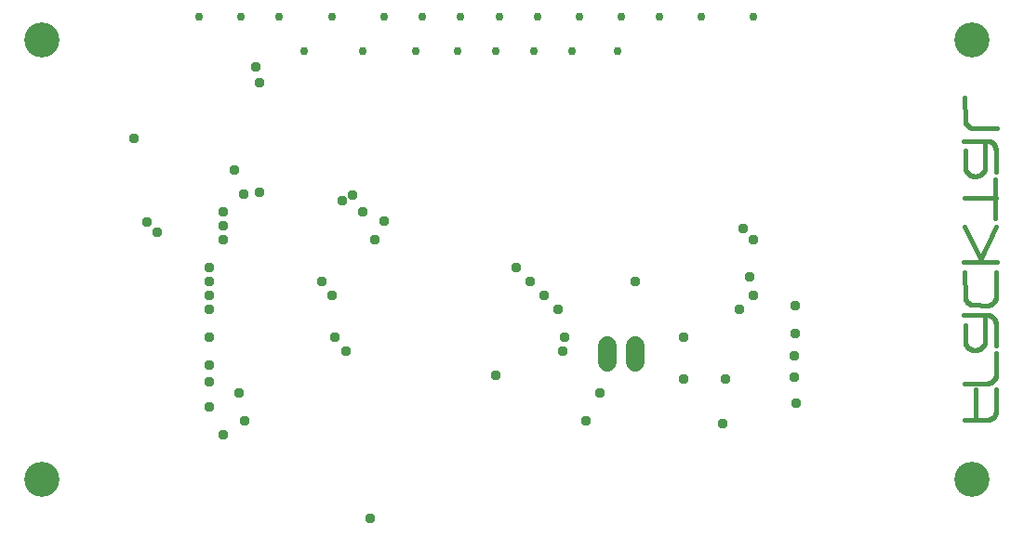
<source format=gbr>
G04 EAGLE Gerber RS-274X export*
G75*
%MOMM*%
%FSLAX34Y34*%
%LPD*%
%INSoldermask Bottom*%
%IPPOS*%
%AMOC8*
5,1,8,0,0,1.08239X$1,22.5*%
G01*
%ADD10C,3.203194*%
%ADD11C,0.762000*%
%ADD12C,0.406400*%
%ADD13C,1.727200*%
%ADD14C,0.959600*%


D10*
X164815Y536866D03*
X1011025Y536866D03*
X1011025Y136866D03*
X164815Y136866D03*
D11*
X346075Y558800D03*
X381000Y558800D03*
X654050Y558800D03*
X615950Y558800D03*
X428625Y558800D03*
X457200Y527050D03*
X504825Y527050D03*
X542925Y527050D03*
X476250Y558800D03*
X727075Y558800D03*
X765175Y558800D03*
X812800Y558800D03*
X403225Y527050D03*
X577850Y527050D03*
X612775Y527050D03*
X647700Y527050D03*
X688975Y527050D03*
X546100Y558800D03*
X581025Y558800D03*
X511175Y558800D03*
X307975Y558800D03*
X692150Y558800D03*
D12*
X1033018Y219202D02*
X1033272Y199644D01*
X1033272Y198882D01*
X1033270Y198698D01*
X1033263Y198514D01*
X1033252Y198330D01*
X1033236Y198147D01*
X1033216Y197964D01*
X1033192Y197781D01*
X1033163Y197599D01*
X1033130Y197418D01*
X1033092Y197238D01*
X1033051Y197058D01*
X1033004Y196880D01*
X1032954Y196703D01*
X1032899Y196527D01*
X1032840Y196353D01*
X1032777Y196180D01*
X1032709Y196009D01*
X1032638Y195839D01*
X1032562Y195671D01*
X1032483Y195505D01*
X1032399Y195341D01*
X1032312Y195179D01*
X1032220Y195019D01*
X1032125Y194861D01*
X1032026Y194706D01*
X1031923Y194553D01*
X1031817Y194403D01*
X1031707Y194255D01*
X1031593Y194110D01*
X1031476Y193968D01*
X1031356Y193829D01*
X1031232Y193693D01*
X1031105Y193559D01*
X1030975Y193429D01*
X1030841Y193302D01*
X1030705Y193178D01*
X1030566Y193058D01*
X1030424Y192941D01*
X1030279Y192827D01*
X1030131Y192717D01*
X1029981Y192611D01*
X1029828Y192508D01*
X1029673Y192409D01*
X1029515Y192314D01*
X1029355Y192222D01*
X1029193Y192135D01*
X1029029Y192051D01*
X1028863Y191972D01*
X1028695Y191896D01*
X1028525Y191825D01*
X1028354Y191757D01*
X1028181Y191694D01*
X1028007Y191635D01*
X1027831Y191580D01*
X1027654Y191530D01*
X1027476Y191483D01*
X1027296Y191442D01*
X1027116Y191404D01*
X1026935Y191371D01*
X1026753Y191342D01*
X1026570Y191318D01*
X1026387Y191298D01*
X1026204Y191282D01*
X1026020Y191271D01*
X1025836Y191264D01*
X1025652Y191262D01*
X1004316Y191262D01*
X1014730Y193548D02*
X1014730Y219202D01*
X1033272Y232410D02*
X1033272Y251968D01*
X1033272Y232410D02*
X1033270Y232213D01*
X1033262Y232015D01*
X1033250Y231819D01*
X1033234Y231622D01*
X1033212Y231426D01*
X1033186Y231230D01*
X1033155Y231035D01*
X1033119Y230841D01*
X1033079Y230648D01*
X1033034Y230456D01*
X1032984Y230265D01*
X1032930Y230075D01*
X1032871Y229887D01*
X1032807Y229700D01*
X1032739Y229515D01*
X1032667Y229331D01*
X1032590Y229150D01*
X1032509Y228970D01*
X1032423Y228792D01*
X1032333Y228616D01*
X1032239Y228443D01*
X1032140Y228272D01*
X1032038Y228103D01*
X1031931Y227937D01*
X1031821Y227774D01*
X1031706Y227613D01*
X1031588Y227455D01*
X1031466Y227300D01*
X1031340Y227148D01*
X1031211Y226999D01*
X1031078Y226854D01*
X1030941Y226711D01*
X1030801Y226572D01*
X1030658Y226436D01*
X1030511Y226304D01*
X1030361Y226176D01*
X1030209Y226051D01*
X1030053Y225930D01*
X1029894Y225812D01*
X1029733Y225699D01*
X1029569Y225590D01*
X1029402Y225484D01*
X1029232Y225383D01*
X1029061Y225286D01*
X1028887Y225193D01*
X1028710Y225104D01*
X1028532Y225019D01*
X1028352Y224939D01*
X1028170Y224863D01*
X1027986Y224792D01*
X1027800Y224725D01*
X1027613Y224663D01*
X1027424Y224605D01*
X1027234Y224552D01*
X1027043Y224504D01*
X1026850Y224460D01*
X1026657Y224421D01*
X1026463Y224386D01*
X1026267Y224357D01*
X1026072Y224332D01*
X1025875Y224311D01*
X1025679Y224296D01*
X1025482Y224285D01*
X1025284Y224279D01*
X1025087Y224278D01*
X1024890Y224282D01*
X1004316Y224028D01*
X1033018Y258318D02*
X1033018Y278638D01*
X1033016Y278837D01*
X1033008Y279035D01*
X1032996Y279233D01*
X1032979Y279431D01*
X1032957Y279629D01*
X1032931Y279826D01*
X1032899Y280022D01*
X1032863Y280217D01*
X1032822Y280412D01*
X1032777Y280605D01*
X1032726Y280797D01*
X1032671Y280988D01*
X1032611Y281177D01*
X1032547Y281365D01*
X1032478Y281552D01*
X1032405Y281736D01*
X1032327Y281919D01*
X1032244Y282100D01*
X1032158Y282278D01*
X1032067Y282455D01*
X1031971Y282629D01*
X1031872Y282801D01*
X1031768Y282971D01*
X1031660Y283137D01*
X1031548Y283301D01*
X1031432Y283463D01*
X1031312Y283621D01*
X1031189Y283777D01*
X1031061Y283929D01*
X1030930Y284078D01*
X1030795Y284224D01*
X1030657Y284367D01*
X1030516Y284506D01*
X1030370Y284642D01*
X1030222Y284774D01*
X1030071Y284903D01*
X1029916Y285028D01*
X1029759Y285149D01*
X1029598Y285266D01*
X1029435Y285379D01*
X1029269Y285488D01*
X1029100Y285593D01*
X1028929Y285694D01*
X1028755Y285790D01*
X1028580Y285883D01*
X1028401Y285971D01*
X1028221Y286055D01*
X1028039Y286134D01*
X1027855Y286209D01*
X1027669Y286279D01*
X1027482Y286345D01*
X1027293Y286406D01*
X1027102Y286462D01*
X1026911Y286514D01*
X1026718Y286561D01*
X1026523Y286603D01*
X1026328Y286641D01*
X1026133Y286674D01*
X1025936Y286702D01*
X1025739Y286725D01*
X1025541Y286744D01*
X1025343Y286757D01*
X1025144Y286766D01*
X1004062Y286512D01*
X1005078Y277622D02*
X1005078Y263398D01*
X1005081Y263183D01*
X1005088Y262967D01*
X1005101Y262752D01*
X1005120Y262537D01*
X1005143Y262323D01*
X1005172Y262110D01*
X1005206Y261897D01*
X1005245Y261685D01*
X1005289Y261474D01*
X1005338Y261264D01*
X1005392Y261056D01*
X1005451Y260849D01*
X1005515Y260643D01*
X1005585Y260439D01*
X1005659Y260237D01*
X1005738Y260036D01*
X1005822Y259838D01*
X1005910Y259641D01*
X1006004Y259447D01*
X1006102Y259255D01*
X1006204Y259066D01*
X1006312Y258879D01*
X1006423Y258695D01*
X1006540Y258513D01*
X1006660Y258335D01*
X1006785Y258159D01*
X1006914Y257986D01*
X1007047Y257817D01*
X1007184Y257651D01*
X1007325Y257488D01*
X1007471Y257329D01*
X1007620Y257173D01*
X1007772Y257021D01*
X1007928Y256873D01*
X1008088Y256728D01*
X1008252Y256588D01*
X1008418Y256451D01*
X1008588Y256319D01*
X1008761Y256190D01*
X1008937Y256066D01*
X1009116Y255946D01*
X1009298Y255831D01*
X1009483Y255720D01*
X1009670Y255613D01*
X1009860Y255512D01*
X1010053Y255414D01*
X1010247Y255322D01*
X1010444Y255234D01*
X1010643Y255151D01*
X1010843Y255072D01*
X1011046Y254999D01*
X1011250Y254931D01*
X1011456Y254867D01*
X1011664Y254809D01*
X1011872Y254755D01*
X1012082Y254707D01*
X1012293Y254664D01*
X1012505Y254626D01*
X1012718Y254593D01*
X1012932Y254565D01*
X1013146Y254542D01*
X1013361Y254525D01*
X1013576Y254513D01*
X1013792Y254506D01*
X1014007Y254504D01*
X1014222Y254508D01*
X1014467Y254518D01*
X1014711Y254534D01*
X1014954Y254555D01*
X1015197Y254583D01*
X1015439Y254617D01*
X1015680Y254656D01*
X1015921Y254702D01*
X1016160Y254753D01*
X1016397Y254810D01*
X1016634Y254873D01*
X1016868Y254941D01*
X1017101Y255015D01*
X1017332Y255095D01*
X1017561Y255181D01*
X1017788Y255272D01*
X1018013Y255368D01*
X1018235Y255470D01*
X1018454Y255578D01*
X1018671Y255690D01*
X1018885Y255808D01*
X1019097Y255932D01*
X1019305Y256060D01*
X1019510Y256193D01*
X1019711Y256331D01*
X1019909Y256474D01*
X1020104Y256622D01*
X1020295Y256775D01*
X1020482Y256932D01*
X1020665Y257094D01*
X1020845Y257260D01*
X1021020Y257431D01*
X1021191Y257605D01*
X1021358Y257784D01*
X1021520Y257967D01*
X1021678Y258154D01*
X1021831Y258344D01*
X1021979Y258538D01*
X1022123Y258736D01*
X1022262Y258937D01*
X1022396Y259142D01*
X1022525Y259350D01*
X1022648Y259560D01*
X1022767Y259774D01*
X1022880Y259991D01*
X1022988Y260210D01*
X1023091Y260432D01*
X1023188Y260656D01*
X1023280Y260883D01*
X1023366Y261112D01*
X1023366Y284734D01*
X1033272Y303276D02*
X1033272Y325628D01*
X1033272Y303276D02*
X1033270Y303083D01*
X1033263Y302889D01*
X1033251Y302696D01*
X1033234Y302504D01*
X1033213Y302311D01*
X1033187Y302120D01*
X1033156Y301929D01*
X1033121Y301739D01*
X1033081Y301549D01*
X1033037Y301361D01*
X1032988Y301174D01*
X1032934Y300988D01*
X1032876Y300804D01*
X1032813Y300621D01*
X1032746Y300440D01*
X1032674Y300260D01*
X1032598Y300082D01*
X1032518Y299906D01*
X1032434Y299732D01*
X1032345Y299560D01*
X1032252Y299391D01*
X1032155Y299224D01*
X1032054Y299059D01*
X1031948Y298896D01*
X1031839Y298737D01*
X1031726Y298580D01*
X1031610Y298425D01*
X1031489Y298274D01*
X1031365Y298126D01*
X1031237Y297981D01*
X1031106Y297839D01*
X1030971Y297700D01*
X1030833Y297564D01*
X1030692Y297432D01*
X1030548Y297304D01*
X1030400Y297179D01*
X1030249Y297057D01*
X1030096Y296940D01*
X1029939Y296826D01*
X1029780Y296716D01*
X1029619Y296610D01*
X1029454Y296508D01*
X1029288Y296410D01*
X1029119Y296316D01*
X1028947Y296226D01*
X1028774Y296141D01*
X1028598Y296060D01*
X1028421Y295983D01*
X1028242Y295910D01*
X1028061Y295842D01*
X1027878Y295778D01*
X1027694Y295719D01*
X1027508Y295664D01*
X1027322Y295614D01*
X1027134Y295569D01*
X1026945Y295528D01*
X1026755Y295491D01*
X1026564Y295460D01*
X1026372Y295433D01*
X1026180Y295410D01*
X1025988Y295393D01*
X1025795Y295380D01*
X1025602Y295372D01*
X1025408Y295368D01*
X1025215Y295369D01*
X1025021Y295375D01*
X1024828Y295386D01*
X1024636Y295402D01*
X1013206Y295656D01*
X1013001Y295663D01*
X1012796Y295675D01*
X1012591Y295692D01*
X1012387Y295714D01*
X1012183Y295741D01*
X1011981Y295773D01*
X1011779Y295809D01*
X1011578Y295851D01*
X1011378Y295898D01*
X1011179Y295949D01*
X1010981Y296005D01*
X1010785Y296066D01*
X1010591Y296131D01*
X1010398Y296202D01*
X1010207Y296277D01*
X1010017Y296356D01*
X1009830Y296440D01*
X1009645Y296529D01*
X1009462Y296622D01*
X1009281Y296719D01*
X1009103Y296821D01*
X1008927Y296927D01*
X1008754Y297038D01*
X1008584Y297152D01*
X1008416Y297271D01*
X1008251Y297394D01*
X1008090Y297520D01*
X1007931Y297651D01*
X1007776Y297785D01*
X1007624Y297923D01*
X1007475Y298065D01*
X1007330Y298210D01*
X1007189Y298359D01*
X1007051Y298511D01*
X1006917Y298666D01*
X1006786Y298825D01*
X1006660Y298986D01*
X1006537Y299151D01*
X1006419Y299319D01*
X1006304Y299489D01*
X1006194Y299662D01*
X1006088Y299838D01*
X1005986Y300016D01*
X1005889Y300197D01*
X1005796Y300380D01*
X1005707Y300565D01*
X1005623Y300753D01*
X1005544Y300942D01*
X1005469Y301133D01*
X1005399Y301326D01*
X1005333Y301521D01*
X1005272Y301717D01*
X1005217Y301914D01*
X1005165Y302113D01*
X1005119Y302313D01*
X1005078Y302514D01*
X1004824Y325628D01*
X1018032Y335280D02*
X1034288Y335280D01*
X1018032Y335280D02*
X1004062Y335280D01*
X1018032Y335280D02*
X1033272Y367284D01*
X1004570Y367284D02*
X1019048Y338074D01*
X1032764Y374904D02*
X1032764Y410464D01*
X1033018Y392938D02*
X1004316Y392938D01*
X1033018Y416814D02*
X1033018Y437134D01*
X1033016Y437333D01*
X1033008Y437531D01*
X1032996Y437729D01*
X1032979Y437927D01*
X1032957Y438125D01*
X1032931Y438322D01*
X1032899Y438518D01*
X1032863Y438713D01*
X1032822Y438908D01*
X1032777Y439101D01*
X1032726Y439293D01*
X1032671Y439484D01*
X1032611Y439673D01*
X1032547Y439861D01*
X1032478Y440048D01*
X1032405Y440232D01*
X1032327Y440415D01*
X1032244Y440596D01*
X1032158Y440774D01*
X1032067Y440951D01*
X1031971Y441125D01*
X1031872Y441297D01*
X1031768Y441467D01*
X1031660Y441633D01*
X1031548Y441797D01*
X1031432Y441959D01*
X1031312Y442117D01*
X1031189Y442273D01*
X1031061Y442425D01*
X1030930Y442574D01*
X1030795Y442720D01*
X1030657Y442863D01*
X1030516Y443002D01*
X1030370Y443138D01*
X1030222Y443270D01*
X1030071Y443399D01*
X1029916Y443524D01*
X1029759Y443645D01*
X1029598Y443762D01*
X1029435Y443875D01*
X1029269Y443984D01*
X1029100Y444089D01*
X1028929Y444190D01*
X1028755Y444286D01*
X1028580Y444379D01*
X1028401Y444467D01*
X1028221Y444551D01*
X1028039Y444630D01*
X1027855Y444705D01*
X1027669Y444775D01*
X1027482Y444841D01*
X1027293Y444902D01*
X1027102Y444958D01*
X1026911Y445010D01*
X1026718Y445057D01*
X1026523Y445099D01*
X1026328Y445137D01*
X1026133Y445170D01*
X1025936Y445198D01*
X1025739Y445221D01*
X1025541Y445240D01*
X1025343Y445253D01*
X1025144Y445262D01*
X1004062Y445008D01*
X1005078Y436118D02*
X1005078Y421894D01*
X1005081Y421679D01*
X1005088Y421463D01*
X1005101Y421248D01*
X1005120Y421033D01*
X1005143Y420819D01*
X1005172Y420606D01*
X1005206Y420393D01*
X1005245Y420181D01*
X1005289Y419970D01*
X1005338Y419760D01*
X1005392Y419552D01*
X1005451Y419345D01*
X1005515Y419139D01*
X1005585Y418935D01*
X1005659Y418733D01*
X1005738Y418532D01*
X1005822Y418334D01*
X1005910Y418137D01*
X1006004Y417943D01*
X1006102Y417751D01*
X1006204Y417562D01*
X1006312Y417375D01*
X1006423Y417191D01*
X1006540Y417009D01*
X1006660Y416831D01*
X1006785Y416655D01*
X1006914Y416482D01*
X1007047Y416313D01*
X1007184Y416147D01*
X1007325Y415984D01*
X1007471Y415825D01*
X1007620Y415669D01*
X1007772Y415517D01*
X1007928Y415369D01*
X1008088Y415224D01*
X1008252Y415084D01*
X1008418Y414947D01*
X1008588Y414815D01*
X1008761Y414686D01*
X1008937Y414562D01*
X1009116Y414442D01*
X1009298Y414327D01*
X1009483Y414216D01*
X1009670Y414109D01*
X1009860Y414008D01*
X1010053Y413910D01*
X1010247Y413818D01*
X1010444Y413730D01*
X1010643Y413647D01*
X1010843Y413568D01*
X1011046Y413495D01*
X1011250Y413427D01*
X1011456Y413363D01*
X1011664Y413305D01*
X1011872Y413251D01*
X1012082Y413203D01*
X1012293Y413160D01*
X1012505Y413122D01*
X1012718Y413089D01*
X1012932Y413061D01*
X1013146Y413038D01*
X1013361Y413021D01*
X1013576Y413009D01*
X1013792Y413002D01*
X1014007Y413000D01*
X1014222Y413004D01*
X1014467Y413014D01*
X1014711Y413030D01*
X1014954Y413051D01*
X1015197Y413079D01*
X1015439Y413113D01*
X1015680Y413152D01*
X1015921Y413198D01*
X1016160Y413249D01*
X1016397Y413306D01*
X1016634Y413369D01*
X1016868Y413437D01*
X1017101Y413511D01*
X1017332Y413591D01*
X1017561Y413677D01*
X1017788Y413768D01*
X1018013Y413864D01*
X1018235Y413966D01*
X1018454Y414074D01*
X1018671Y414186D01*
X1018885Y414304D01*
X1019097Y414428D01*
X1019305Y414556D01*
X1019510Y414689D01*
X1019711Y414827D01*
X1019909Y414970D01*
X1020104Y415118D01*
X1020295Y415271D01*
X1020482Y415428D01*
X1020665Y415590D01*
X1020845Y415756D01*
X1021020Y415927D01*
X1021191Y416101D01*
X1021358Y416280D01*
X1021520Y416463D01*
X1021678Y416650D01*
X1021831Y416840D01*
X1021979Y417034D01*
X1022123Y417232D01*
X1022262Y417433D01*
X1022396Y417638D01*
X1022525Y417846D01*
X1022648Y418056D01*
X1022767Y418270D01*
X1022880Y418487D01*
X1022988Y418706D01*
X1023091Y418928D01*
X1023188Y419152D01*
X1023280Y419379D01*
X1023366Y419608D01*
X1023366Y443230D01*
X1013206Y456692D02*
X1034542Y456692D01*
X1013206Y456692D02*
X1013006Y456694D01*
X1012805Y456702D01*
X1012605Y456714D01*
X1012406Y456731D01*
X1012206Y456753D01*
X1012008Y456780D01*
X1011810Y456812D01*
X1011613Y456849D01*
X1011417Y456890D01*
X1011222Y456937D01*
X1011028Y456988D01*
X1010835Y457044D01*
X1010644Y457104D01*
X1010455Y457169D01*
X1010267Y457239D01*
X1010081Y457314D01*
X1009897Y457393D01*
X1009714Y457476D01*
X1009534Y457564D01*
X1009356Y457656D01*
X1009181Y457753D01*
X1009008Y457854D01*
X1008837Y457959D01*
X1008669Y458068D01*
X1008504Y458182D01*
X1008341Y458299D01*
X1008182Y458420D01*
X1008025Y458546D01*
X1007872Y458675D01*
X1007722Y458807D01*
X1007575Y458944D01*
X1007431Y459084D01*
X1007291Y459227D01*
X1007155Y459374D01*
X1007022Y459524D01*
X1006893Y459678D01*
X1006768Y459834D01*
X1006647Y459993D01*
X1006529Y460156D01*
X1006416Y460321D01*
X1006306Y460489D01*
X1006201Y460660D01*
X1006100Y460833D01*
X1006004Y461009D01*
X1005911Y461186D01*
X1005823Y461367D01*
X1005740Y461549D01*
X1005661Y461733D01*
X1005587Y461919D01*
X1005517Y462107D01*
X1005451Y462296D01*
X1005391Y462488D01*
X1005335Y462680D01*
X1005284Y462874D01*
X1005238Y463069D01*
X1005196Y463265D01*
X1005159Y463462D01*
X1005128Y463660D01*
X1005101Y463858D01*
X1005078Y464058D01*
X1004824Y484886D01*
D13*
X704850Y258445D02*
X704850Y243205D01*
X679450Y243205D02*
X679450Y258445D01*
D14*
X248666Y447675D03*
X457200Y381000D03*
X330200Y381000D03*
X259969Y371475D03*
X330200Y355600D03*
X812800Y355600D03*
X467881Y355600D03*
X330200Y368300D03*
X803275Y365125D03*
X476631Y371856D03*
X463550Y101600D03*
X330200Y177800D03*
X339725Y419100D03*
X577850Y231775D03*
X317500Y317500D03*
X809244Y321056D03*
X609600Y317500D03*
X419834Y317500D03*
X704850Y317500D03*
X317500Y304800D03*
X812800Y304800D03*
X622300Y304800D03*
X429006Y304800D03*
X317500Y292100D03*
X800100Y292100D03*
X635000Y292100D03*
X850900Y295275D03*
X638907Y254000D03*
X317500Y241300D03*
X447210Y395859D03*
X441325Y254000D03*
X640685Y266700D03*
X317500Y266700D03*
X438122Y390525D03*
X431800Y266700D03*
X660400Y190500D03*
X317500Y203200D03*
X362712Y498094D03*
X362501Y398371D03*
X349250Y190500D03*
X673100Y215900D03*
X317500Y225425D03*
X359509Y512953D03*
X348841Y396875D03*
X343888Y215900D03*
X849503Y249428D03*
X749300Y228600D03*
X749300Y266700D03*
X850900Y269875D03*
X851281Y206375D03*
X784225Y187325D03*
X787400Y228600D03*
X849503Y229997D03*
X596900Y330200D03*
X317500Y330200D03*
X269875Y361950D03*
M02*

</source>
